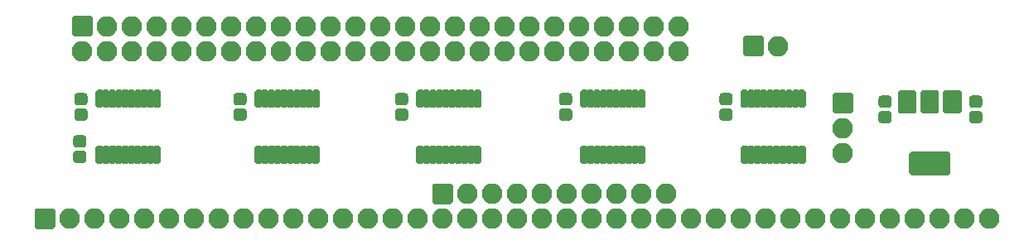
<source format=gts>
G04 #@! TF.GenerationSoftware,KiCad,Pcbnew,5.1.7*
G04 #@! TF.CreationDate,2020-10-22T00:39:11+01:00*
G04 #@! TF.ProjectId,rc2014-icecore,72633230-3134-42d6-9963-65636f72652e,1*
G04 #@! TF.SameCoordinates,Original*
G04 #@! TF.FileFunction,Soldermask,Top*
G04 #@! TF.FilePolarity,Negative*
%FSLAX46Y46*%
G04 Gerber Fmt 4.6, Leading zero omitted, Abs format (unit mm)*
G04 Created by KiCad (PCBNEW 5.1.7) date 2020-10-22 00:39:11*
%MOMM*%
%LPD*%
G01*
G04 APERTURE LIST*
%ADD10O,2.100000X2.100000*%
G04 APERTURE END LIST*
G36*
G01*
X117036000Y-151999000D02*
X116636000Y-151999000D01*
G75*
G02*
X116436000Y-151799000I0J200000D01*
G01*
X116436000Y-150324000D01*
G75*
G02*
X116636000Y-150124000I200000J0D01*
G01*
X117036000Y-150124000D01*
G75*
G02*
X117236000Y-150324000I0J-200000D01*
G01*
X117236000Y-151799000D01*
G75*
G02*
X117036000Y-151999000I-200000J0D01*
G01*
G37*
G36*
G01*
X117686000Y-151999000D02*
X117286000Y-151999000D01*
G75*
G02*
X117086000Y-151799000I0J200000D01*
G01*
X117086000Y-150324000D01*
G75*
G02*
X117286000Y-150124000I200000J0D01*
G01*
X117686000Y-150124000D01*
G75*
G02*
X117886000Y-150324000I0J-200000D01*
G01*
X117886000Y-151799000D01*
G75*
G02*
X117686000Y-151999000I-200000J0D01*
G01*
G37*
G36*
G01*
X118336000Y-151999000D02*
X117936000Y-151999000D01*
G75*
G02*
X117736000Y-151799000I0J200000D01*
G01*
X117736000Y-150324000D01*
G75*
G02*
X117936000Y-150124000I200000J0D01*
G01*
X118336000Y-150124000D01*
G75*
G02*
X118536000Y-150324000I0J-200000D01*
G01*
X118536000Y-151799000D01*
G75*
G02*
X118336000Y-151999000I-200000J0D01*
G01*
G37*
G36*
G01*
X118986000Y-151999000D02*
X118586000Y-151999000D01*
G75*
G02*
X118386000Y-151799000I0J200000D01*
G01*
X118386000Y-150324000D01*
G75*
G02*
X118586000Y-150124000I200000J0D01*
G01*
X118986000Y-150124000D01*
G75*
G02*
X119186000Y-150324000I0J-200000D01*
G01*
X119186000Y-151799000D01*
G75*
G02*
X118986000Y-151999000I-200000J0D01*
G01*
G37*
G36*
G01*
X119636000Y-151999000D02*
X119236000Y-151999000D01*
G75*
G02*
X119036000Y-151799000I0J200000D01*
G01*
X119036000Y-150324000D01*
G75*
G02*
X119236000Y-150124000I200000J0D01*
G01*
X119636000Y-150124000D01*
G75*
G02*
X119836000Y-150324000I0J-200000D01*
G01*
X119836000Y-151799000D01*
G75*
G02*
X119636000Y-151999000I-200000J0D01*
G01*
G37*
G36*
G01*
X120286000Y-151999000D02*
X119886000Y-151999000D01*
G75*
G02*
X119686000Y-151799000I0J200000D01*
G01*
X119686000Y-150324000D01*
G75*
G02*
X119886000Y-150124000I200000J0D01*
G01*
X120286000Y-150124000D01*
G75*
G02*
X120486000Y-150324000I0J-200000D01*
G01*
X120486000Y-151799000D01*
G75*
G02*
X120286000Y-151999000I-200000J0D01*
G01*
G37*
G36*
G01*
X120936000Y-151999000D02*
X120536000Y-151999000D01*
G75*
G02*
X120336000Y-151799000I0J200000D01*
G01*
X120336000Y-150324000D01*
G75*
G02*
X120536000Y-150124000I200000J0D01*
G01*
X120936000Y-150124000D01*
G75*
G02*
X121136000Y-150324000I0J-200000D01*
G01*
X121136000Y-151799000D01*
G75*
G02*
X120936000Y-151999000I-200000J0D01*
G01*
G37*
G36*
G01*
X121586000Y-151999000D02*
X121186000Y-151999000D01*
G75*
G02*
X120986000Y-151799000I0J200000D01*
G01*
X120986000Y-150324000D01*
G75*
G02*
X121186000Y-150124000I200000J0D01*
G01*
X121586000Y-150124000D01*
G75*
G02*
X121786000Y-150324000I0J-200000D01*
G01*
X121786000Y-151799000D01*
G75*
G02*
X121586000Y-151999000I-200000J0D01*
G01*
G37*
G36*
G01*
X122236000Y-151999000D02*
X121836000Y-151999000D01*
G75*
G02*
X121636000Y-151799000I0J200000D01*
G01*
X121636000Y-150324000D01*
G75*
G02*
X121836000Y-150124000I200000J0D01*
G01*
X122236000Y-150124000D01*
G75*
G02*
X122436000Y-150324000I0J-200000D01*
G01*
X122436000Y-151799000D01*
G75*
G02*
X122236000Y-151999000I-200000J0D01*
G01*
G37*
G36*
G01*
X122886000Y-151999000D02*
X122486000Y-151999000D01*
G75*
G02*
X122286000Y-151799000I0J200000D01*
G01*
X122286000Y-150324000D01*
G75*
G02*
X122486000Y-150124000I200000J0D01*
G01*
X122886000Y-150124000D01*
G75*
G02*
X123086000Y-150324000I0J-200000D01*
G01*
X123086000Y-151799000D01*
G75*
G02*
X122886000Y-151999000I-200000J0D01*
G01*
G37*
G36*
G01*
X122886000Y-157724000D02*
X122486000Y-157724000D01*
G75*
G02*
X122286000Y-157524000I0J200000D01*
G01*
X122286000Y-156049000D01*
G75*
G02*
X122486000Y-155849000I200000J0D01*
G01*
X122886000Y-155849000D01*
G75*
G02*
X123086000Y-156049000I0J-200000D01*
G01*
X123086000Y-157524000D01*
G75*
G02*
X122886000Y-157724000I-200000J0D01*
G01*
G37*
G36*
G01*
X122236000Y-157724000D02*
X121836000Y-157724000D01*
G75*
G02*
X121636000Y-157524000I0J200000D01*
G01*
X121636000Y-156049000D01*
G75*
G02*
X121836000Y-155849000I200000J0D01*
G01*
X122236000Y-155849000D01*
G75*
G02*
X122436000Y-156049000I0J-200000D01*
G01*
X122436000Y-157524000D01*
G75*
G02*
X122236000Y-157724000I-200000J0D01*
G01*
G37*
G36*
G01*
X121586000Y-157724000D02*
X121186000Y-157724000D01*
G75*
G02*
X120986000Y-157524000I0J200000D01*
G01*
X120986000Y-156049000D01*
G75*
G02*
X121186000Y-155849000I200000J0D01*
G01*
X121586000Y-155849000D01*
G75*
G02*
X121786000Y-156049000I0J-200000D01*
G01*
X121786000Y-157524000D01*
G75*
G02*
X121586000Y-157724000I-200000J0D01*
G01*
G37*
G36*
G01*
X120936000Y-157724000D02*
X120536000Y-157724000D01*
G75*
G02*
X120336000Y-157524000I0J200000D01*
G01*
X120336000Y-156049000D01*
G75*
G02*
X120536000Y-155849000I200000J0D01*
G01*
X120936000Y-155849000D01*
G75*
G02*
X121136000Y-156049000I0J-200000D01*
G01*
X121136000Y-157524000D01*
G75*
G02*
X120936000Y-157724000I-200000J0D01*
G01*
G37*
G36*
G01*
X120286000Y-157724000D02*
X119886000Y-157724000D01*
G75*
G02*
X119686000Y-157524000I0J200000D01*
G01*
X119686000Y-156049000D01*
G75*
G02*
X119886000Y-155849000I200000J0D01*
G01*
X120286000Y-155849000D01*
G75*
G02*
X120486000Y-156049000I0J-200000D01*
G01*
X120486000Y-157524000D01*
G75*
G02*
X120286000Y-157724000I-200000J0D01*
G01*
G37*
G36*
G01*
X119636000Y-157724000D02*
X119236000Y-157724000D01*
G75*
G02*
X119036000Y-157524000I0J200000D01*
G01*
X119036000Y-156049000D01*
G75*
G02*
X119236000Y-155849000I200000J0D01*
G01*
X119636000Y-155849000D01*
G75*
G02*
X119836000Y-156049000I0J-200000D01*
G01*
X119836000Y-157524000D01*
G75*
G02*
X119636000Y-157724000I-200000J0D01*
G01*
G37*
G36*
G01*
X118986000Y-157724000D02*
X118586000Y-157724000D01*
G75*
G02*
X118386000Y-157524000I0J200000D01*
G01*
X118386000Y-156049000D01*
G75*
G02*
X118586000Y-155849000I200000J0D01*
G01*
X118986000Y-155849000D01*
G75*
G02*
X119186000Y-156049000I0J-200000D01*
G01*
X119186000Y-157524000D01*
G75*
G02*
X118986000Y-157724000I-200000J0D01*
G01*
G37*
G36*
G01*
X118336000Y-157724000D02*
X117936000Y-157724000D01*
G75*
G02*
X117736000Y-157524000I0J200000D01*
G01*
X117736000Y-156049000D01*
G75*
G02*
X117936000Y-155849000I200000J0D01*
G01*
X118336000Y-155849000D01*
G75*
G02*
X118536000Y-156049000I0J-200000D01*
G01*
X118536000Y-157524000D01*
G75*
G02*
X118336000Y-157724000I-200000J0D01*
G01*
G37*
G36*
G01*
X117686000Y-157724000D02*
X117286000Y-157724000D01*
G75*
G02*
X117086000Y-157524000I0J200000D01*
G01*
X117086000Y-156049000D01*
G75*
G02*
X117286000Y-155849000I200000J0D01*
G01*
X117686000Y-155849000D01*
G75*
G02*
X117886000Y-156049000I0J-200000D01*
G01*
X117886000Y-157524000D01*
G75*
G02*
X117686000Y-157724000I-200000J0D01*
G01*
G37*
G36*
G01*
X117036000Y-157724000D02*
X116636000Y-157724000D01*
G75*
G02*
X116436000Y-157524000I0J200000D01*
G01*
X116436000Y-156049000D01*
G75*
G02*
X116636000Y-155849000I200000J0D01*
G01*
X117036000Y-155849000D01*
G75*
G02*
X117236000Y-156049000I0J-200000D01*
G01*
X117236000Y-157524000D01*
G75*
G02*
X117036000Y-157724000I-200000J0D01*
G01*
G37*
G36*
G01*
X100272000Y-157724000D02*
X99872000Y-157724000D01*
G75*
G02*
X99672000Y-157524000I0J200000D01*
G01*
X99672000Y-156049000D01*
G75*
G02*
X99872000Y-155849000I200000J0D01*
G01*
X100272000Y-155849000D01*
G75*
G02*
X100472000Y-156049000I0J-200000D01*
G01*
X100472000Y-157524000D01*
G75*
G02*
X100272000Y-157724000I-200000J0D01*
G01*
G37*
G36*
G01*
X100922000Y-157724000D02*
X100522000Y-157724000D01*
G75*
G02*
X100322000Y-157524000I0J200000D01*
G01*
X100322000Y-156049000D01*
G75*
G02*
X100522000Y-155849000I200000J0D01*
G01*
X100922000Y-155849000D01*
G75*
G02*
X101122000Y-156049000I0J-200000D01*
G01*
X101122000Y-157524000D01*
G75*
G02*
X100922000Y-157724000I-200000J0D01*
G01*
G37*
G36*
G01*
X101572000Y-157724000D02*
X101172000Y-157724000D01*
G75*
G02*
X100972000Y-157524000I0J200000D01*
G01*
X100972000Y-156049000D01*
G75*
G02*
X101172000Y-155849000I200000J0D01*
G01*
X101572000Y-155849000D01*
G75*
G02*
X101772000Y-156049000I0J-200000D01*
G01*
X101772000Y-157524000D01*
G75*
G02*
X101572000Y-157724000I-200000J0D01*
G01*
G37*
G36*
G01*
X102222000Y-157724000D02*
X101822000Y-157724000D01*
G75*
G02*
X101622000Y-157524000I0J200000D01*
G01*
X101622000Y-156049000D01*
G75*
G02*
X101822000Y-155849000I200000J0D01*
G01*
X102222000Y-155849000D01*
G75*
G02*
X102422000Y-156049000I0J-200000D01*
G01*
X102422000Y-157524000D01*
G75*
G02*
X102222000Y-157724000I-200000J0D01*
G01*
G37*
G36*
G01*
X102872000Y-157724000D02*
X102472000Y-157724000D01*
G75*
G02*
X102272000Y-157524000I0J200000D01*
G01*
X102272000Y-156049000D01*
G75*
G02*
X102472000Y-155849000I200000J0D01*
G01*
X102872000Y-155849000D01*
G75*
G02*
X103072000Y-156049000I0J-200000D01*
G01*
X103072000Y-157524000D01*
G75*
G02*
X102872000Y-157724000I-200000J0D01*
G01*
G37*
G36*
G01*
X103522000Y-157724000D02*
X103122000Y-157724000D01*
G75*
G02*
X102922000Y-157524000I0J200000D01*
G01*
X102922000Y-156049000D01*
G75*
G02*
X103122000Y-155849000I200000J0D01*
G01*
X103522000Y-155849000D01*
G75*
G02*
X103722000Y-156049000I0J-200000D01*
G01*
X103722000Y-157524000D01*
G75*
G02*
X103522000Y-157724000I-200000J0D01*
G01*
G37*
G36*
G01*
X104172000Y-157724000D02*
X103772000Y-157724000D01*
G75*
G02*
X103572000Y-157524000I0J200000D01*
G01*
X103572000Y-156049000D01*
G75*
G02*
X103772000Y-155849000I200000J0D01*
G01*
X104172000Y-155849000D01*
G75*
G02*
X104372000Y-156049000I0J-200000D01*
G01*
X104372000Y-157524000D01*
G75*
G02*
X104172000Y-157724000I-200000J0D01*
G01*
G37*
G36*
G01*
X104822000Y-157724000D02*
X104422000Y-157724000D01*
G75*
G02*
X104222000Y-157524000I0J200000D01*
G01*
X104222000Y-156049000D01*
G75*
G02*
X104422000Y-155849000I200000J0D01*
G01*
X104822000Y-155849000D01*
G75*
G02*
X105022000Y-156049000I0J-200000D01*
G01*
X105022000Y-157524000D01*
G75*
G02*
X104822000Y-157724000I-200000J0D01*
G01*
G37*
G36*
G01*
X105472000Y-157724000D02*
X105072000Y-157724000D01*
G75*
G02*
X104872000Y-157524000I0J200000D01*
G01*
X104872000Y-156049000D01*
G75*
G02*
X105072000Y-155849000I200000J0D01*
G01*
X105472000Y-155849000D01*
G75*
G02*
X105672000Y-156049000I0J-200000D01*
G01*
X105672000Y-157524000D01*
G75*
G02*
X105472000Y-157724000I-200000J0D01*
G01*
G37*
G36*
G01*
X106122000Y-157724000D02*
X105722000Y-157724000D01*
G75*
G02*
X105522000Y-157524000I0J200000D01*
G01*
X105522000Y-156049000D01*
G75*
G02*
X105722000Y-155849000I200000J0D01*
G01*
X106122000Y-155849000D01*
G75*
G02*
X106322000Y-156049000I0J-200000D01*
G01*
X106322000Y-157524000D01*
G75*
G02*
X106122000Y-157724000I-200000J0D01*
G01*
G37*
G36*
G01*
X106122000Y-151999000D02*
X105722000Y-151999000D01*
G75*
G02*
X105522000Y-151799000I0J200000D01*
G01*
X105522000Y-150324000D01*
G75*
G02*
X105722000Y-150124000I200000J0D01*
G01*
X106122000Y-150124000D01*
G75*
G02*
X106322000Y-150324000I0J-200000D01*
G01*
X106322000Y-151799000D01*
G75*
G02*
X106122000Y-151999000I-200000J0D01*
G01*
G37*
G36*
G01*
X105472000Y-151999000D02*
X105072000Y-151999000D01*
G75*
G02*
X104872000Y-151799000I0J200000D01*
G01*
X104872000Y-150324000D01*
G75*
G02*
X105072000Y-150124000I200000J0D01*
G01*
X105472000Y-150124000D01*
G75*
G02*
X105672000Y-150324000I0J-200000D01*
G01*
X105672000Y-151799000D01*
G75*
G02*
X105472000Y-151999000I-200000J0D01*
G01*
G37*
G36*
G01*
X104822000Y-151999000D02*
X104422000Y-151999000D01*
G75*
G02*
X104222000Y-151799000I0J200000D01*
G01*
X104222000Y-150324000D01*
G75*
G02*
X104422000Y-150124000I200000J0D01*
G01*
X104822000Y-150124000D01*
G75*
G02*
X105022000Y-150324000I0J-200000D01*
G01*
X105022000Y-151799000D01*
G75*
G02*
X104822000Y-151999000I-200000J0D01*
G01*
G37*
G36*
G01*
X104172000Y-151999000D02*
X103772000Y-151999000D01*
G75*
G02*
X103572000Y-151799000I0J200000D01*
G01*
X103572000Y-150324000D01*
G75*
G02*
X103772000Y-150124000I200000J0D01*
G01*
X104172000Y-150124000D01*
G75*
G02*
X104372000Y-150324000I0J-200000D01*
G01*
X104372000Y-151799000D01*
G75*
G02*
X104172000Y-151999000I-200000J0D01*
G01*
G37*
G36*
G01*
X103522000Y-151999000D02*
X103122000Y-151999000D01*
G75*
G02*
X102922000Y-151799000I0J200000D01*
G01*
X102922000Y-150324000D01*
G75*
G02*
X103122000Y-150124000I200000J0D01*
G01*
X103522000Y-150124000D01*
G75*
G02*
X103722000Y-150324000I0J-200000D01*
G01*
X103722000Y-151799000D01*
G75*
G02*
X103522000Y-151999000I-200000J0D01*
G01*
G37*
G36*
G01*
X102872000Y-151999000D02*
X102472000Y-151999000D01*
G75*
G02*
X102272000Y-151799000I0J200000D01*
G01*
X102272000Y-150324000D01*
G75*
G02*
X102472000Y-150124000I200000J0D01*
G01*
X102872000Y-150124000D01*
G75*
G02*
X103072000Y-150324000I0J-200000D01*
G01*
X103072000Y-151799000D01*
G75*
G02*
X102872000Y-151999000I-200000J0D01*
G01*
G37*
G36*
G01*
X102222000Y-151999000D02*
X101822000Y-151999000D01*
G75*
G02*
X101622000Y-151799000I0J200000D01*
G01*
X101622000Y-150324000D01*
G75*
G02*
X101822000Y-150124000I200000J0D01*
G01*
X102222000Y-150124000D01*
G75*
G02*
X102422000Y-150324000I0J-200000D01*
G01*
X102422000Y-151799000D01*
G75*
G02*
X102222000Y-151999000I-200000J0D01*
G01*
G37*
G36*
G01*
X101572000Y-151999000D02*
X101172000Y-151999000D01*
G75*
G02*
X100972000Y-151799000I0J200000D01*
G01*
X100972000Y-150324000D01*
G75*
G02*
X101172000Y-150124000I200000J0D01*
G01*
X101572000Y-150124000D01*
G75*
G02*
X101772000Y-150324000I0J-200000D01*
G01*
X101772000Y-151799000D01*
G75*
G02*
X101572000Y-151999000I-200000J0D01*
G01*
G37*
G36*
G01*
X100922000Y-151999000D02*
X100522000Y-151999000D01*
G75*
G02*
X100322000Y-151799000I0J200000D01*
G01*
X100322000Y-150324000D01*
G75*
G02*
X100522000Y-150124000I200000J0D01*
G01*
X100922000Y-150124000D01*
G75*
G02*
X101122000Y-150324000I0J-200000D01*
G01*
X101122000Y-151799000D01*
G75*
G02*
X100922000Y-151999000I-200000J0D01*
G01*
G37*
G36*
G01*
X100272000Y-151999000D02*
X99872000Y-151999000D01*
G75*
G02*
X99672000Y-151799000I0J200000D01*
G01*
X99672000Y-150324000D01*
G75*
G02*
X99872000Y-150124000I200000J0D01*
G01*
X100272000Y-150124000D01*
G75*
G02*
X100472000Y-150324000I0J-200000D01*
G01*
X100472000Y-151799000D01*
G75*
G02*
X100272000Y-151999000I-200000J0D01*
G01*
G37*
G36*
G01*
X67506000Y-157724000D02*
X67106000Y-157724000D01*
G75*
G02*
X66906000Y-157524000I0J200000D01*
G01*
X66906000Y-156049000D01*
G75*
G02*
X67106000Y-155849000I200000J0D01*
G01*
X67506000Y-155849000D01*
G75*
G02*
X67706000Y-156049000I0J-200000D01*
G01*
X67706000Y-157524000D01*
G75*
G02*
X67506000Y-157724000I-200000J0D01*
G01*
G37*
G36*
G01*
X68156000Y-157724000D02*
X67756000Y-157724000D01*
G75*
G02*
X67556000Y-157524000I0J200000D01*
G01*
X67556000Y-156049000D01*
G75*
G02*
X67756000Y-155849000I200000J0D01*
G01*
X68156000Y-155849000D01*
G75*
G02*
X68356000Y-156049000I0J-200000D01*
G01*
X68356000Y-157524000D01*
G75*
G02*
X68156000Y-157724000I-200000J0D01*
G01*
G37*
G36*
G01*
X68806000Y-157724000D02*
X68406000Y-157724000D01*
G75*
G02*
X68206000Y-157524000I0J200000D01*
G01*
X68206000Y-156049000D01*
G75*
G02*
X68406000Y-155849000I200000J0D01*
G01*
X68806000Y-155849000D01*
G75*
G02*
X69006000Y-156049000I0J-200000D01*
G01*
X69006000Y-157524000D01*
G75*
G02*
X68806000Y-157724000I-200000J0D01*
G01*
G37*
G36*
G01*
X69456000Y-157724000D02*
X69056000Y-157724000D01*
G75*
G02*
X68856000Y-157524000I0J200000D01*
G01*
X68856000Y-156049000D01*
G75*
G02*
X69056000Y-155849000I200000J0D01*
G01*
X69456000Y-155849000D01*
G75*
G02*
X69656000Y-156049000I0J-200000D01*
G01*
X69656000Y-157524000D01*
G75*
G02*
X69456000Y-157724000I-200000J0D01*
G01*
G37*
G36*
G01*
X70106000Y-157724000D02*
X69706000Y-157724000D01*
G75*
G02*
X69506000Y-157524000I0J200000D01*
G01*
X69506000Y-156049000D01*
G75*
G02*
X69706000Y-155849000I200000J0D01*
G01*
X70106000Y-155849000D01*
G75*
G02*
X70306000Y-156049000I0J-200000D01*
G01*
X70306000Y-157524000D01*
G75*
G02*
X70106000Y-157724000I-200000J0D01*
G01*
G37*
G36*
G01*
X70756000Y-157724000D02*
X70356000Y-157724000D01*
G75*
G02*
X70156000Y-157524000I0J200000D01*
G01*
X70156000Y-156049000D01*
G75*
G02*
X70356000Y-155849000I200000J0D01*
G01*
X70756000Y-155849000D01*
G75*
G02*
X70956000Y-156049000I0J-200000D01*
G01*
X70956000Y-157524000D01*
G75*
G02*
X70756000Y-157724000I-200000J0D01*
G01*
G37*
G36*
G01*
X71406000Y-157724000D02*
X71006000Y-157724000D01*
G75*
G02*
X70806000Y-157524000I0J200000D01*
G01*
X70806000Y-156049000D01*
G75*
G02*
X71006000Y-155849000I200000J0D01*
G01*
X71406000Y-155849000D01*
G75*
G02*
X71606000Y-156049000I0J-200000D01*
G01*
X71606000Y-157524000D01*
G75*
G02*
X71406000Y-157724000I-200000J0D01*
G01*
G37*
G36*
G01*
X72056000Y-157724000D02*
X71656000Y-157724000D01*
G75*
G02*
X71456000Y-157524000I0J200000D01*
G01*
X71456000Y-156049000D01*
G75*
G02*
X71656000Y-155849000I200000J0D01*
G01*
X72056000Y-155849000D01*
G75*
G02*
X72256000Y-156049000I0J-200000D01*
G01*
X72256000Y-157524000D01*
G75*
G02*
X72056000Y-157724000I-200000J0D01*
G01*
G37*
G36*
G01*
X72706000Y-157724000D02*
X72306000Y-157724000D01*
G75*
G02*
X72106000Y-157524000I0J200000D01*
G01*
X72106000Y-156049000D01*
G75*
G02*
X72306000Y-155849000I200000J0D01*
G01*
X72706000Y-155849000D01*
G75*
G02*
X72906000Y-156049000I0J-200000D01*
G01*
X72906000Y-157524000D01*
G75*
G02*
X72706000Y-157724000I-200000J0D01*
G01*
G37*
G36*
G01*
X73356000Y-157724000D02*
X72956000Y-157724000D01*
G75*
G02*
X72756000Y-157524000I0J200000D01*
G01*
X72756000Y-156049000D01*
G75*
G02*
X72956000Y-155849000I200000J0D01*
G01*
X73356000Y-155849000D01*
G75*
G02*
X73556000Y-156049000I0J-200000D01*
G01*
X73556000Y-157524000D01*
G75*
G02*
X73356000Y-157724000I-200000J0D01*
G01*
G37*
G36*
G01*
X73356000Y-151999000D02*
X72956000Y-151999000D01*
G75*
G02*
X72756000Y-151799000I0J200000D01*
G01*
X72756000Y-150324000D01*
G75*
G02*
X72956000Y-150124000I200000J0D01*
G01*
X73356000Y-150124000D01*
G75*
G02*
X73556000Y-150324000I0J-200000D01*
G01*
X73556000Y-151799000D01*
G75*
G02*
X73356000Y-151999000I-200000J0D01*
G01*
G37*
G36*
G01*
X72706000Y-151999000D02*
X72306000Y-151999000D01*
G75*
G02*
X72106000Y-151799000I0J200000D01*
G01*
X72106000Y-150324000D01*
G75*
G02*
X72306000Y-150124000I200000J0D01*
G01*
X72706000Y-150124000D01*
G75*
G02*
X72906000Y-150324000I0J-200000D01*
G01*
X72906000Y-151799000D01*
G75*
G02*
X72706000Y-151999000I-200000J0D01*
G01*
G37*
G36*
G01*
X72056000Y-151999000D02*
X71656000Y-151999000D01*
G75*
G02*
X71456000Y-151799000I0J200000D01*
G01*
X71456000Y-150324000D01*
G75*
G02*
X71656000Y-150124000I200000J0D01*
G01*
X72056000Y-150124000D01*
G75*
G02*
X72256000Y-150324000I0J-200000D01*
G01*
X72256000Y-151799000D01*
G75*
G02*
X72056000Y-151999000I-200000J0D01*
G01*
G37*
G36*
G01*
X71406000Y-151999000D02*
X71006000Y-151999000D01*
G75*
G02*
X70806000Y-151799000I0J200000D01*
G01*
X70806000Y-150324000D01*
G75*
G02*
X71006000Y-150124000I200000J0D01*
G01*
X71406000Y-150124000D01*
G75*
G02*
X71606000Y-150324000I0J-200000D01*
G01*
X71606000Y-151799000D01*
G75*
G02*
X71406000Y-151999000I-200000J0D01*
G01*
G37*
G36*
G01*
X70756000Y-151999000D02*
X70356000Y-151999000D01*
G75*
G02*
X70156000Y-151799000I0J200000D01*
G01*
X70156000Y-150324000D01*
G75*
G02*
X70356000Y-150124000I200000J0D01*
G01*
X70756000Y-150124000D01*
G75*
G02*
X70956000Y-150324000I0J-200000D01*
G01*
X70956000Y-151799000D01*
G75*
G02*
X70756000Y-151999000I-200000J0D01*
G01*
G37*
G36*
G01*
X70106000Y-151999000D02*
X69706000Y-151999000D01*
G75*
G02*
X69506000Y-151799000I0J200000D01*
G01*
X69506000Y-150324000D01*
G75*
G02*
X69706000Y-150124000I200000J0D01*
G01*
X70106000Y-150124000D01*
G75*
G02*
X70306000Y-150324000I0J-200000D01*
G01*
X70306000Y-151799000D01*
G75*
G02*
X70106000Y-151999000I-200000J0D01*
G01*
G37*
G36*
G01*
X69456000Y-151999000D02*
X69056000Y-151999000D01*
G75*
G02*
X68856000Y-151799000I0J200000D01*
G01*
X68856000Y-150324000D01*
G75*
G02*
X69056000Y-150124000I200000J0D01*
G01*
X69456000Y-150124000D01*
G75*
G02*
X69656000Y-150324000I0J-200000D01*
G01*
X69656000Y-151799000D01*
G75*
G02*
X69456000Y-151999000I-200000J0D01*
G01*
G37*
G36*
G01*
X68806000Y-151999000D02*
X68406000Y-151999000D01*
G75*
G02*
X68206000Y-151799000I0J200000D01*
G01*
X68206000Y-150324000D01*
G75*
G02*
X68406000Y-150124000I200000J0D01*
G01*
X68806000Y-150124000D01*
G75*
G02*
X69006000Y-150324000I0J-200000D01*
G01*
X69006000Y-151799000D01*
G75*
G02*
X68806000Y-151999000I-200000J0D01*
G01*
G37*
G36*
G01*
X68156000Y-151999000D02*
X67756000Y-151999000D01*
G75*
G02*
X67556000Y-151799000I0J200000D01*
G01*
X67556000Y-150324000D01*
G75*
G02*
X67756000Y-150124000I200000J0D01*
G01*
X68156000Y-150124000D01*
G75*
G02*
X68356000Y-150324000I0J-200000D01*
G01*
X68356000Y-151799000D01*
G75*
G02*
X68156000Y-151999000I-200000J0D01*
G01*
G37*
G36*
G01*
X67506000Y-151999000D02*
X67106000Y-151999000D01*
G75*
G02*
X66906000Y-151799000I0J200000D01*
G01*
X66906000Y-150324000D01*
G75*
G02*
X67106000Y-150124000I200000J0D01*
G01*
X67506000Y-150124000D01*
G75*
G02*
X67706000Y-150324000I0J-200000D01*
G01*
X67706000Y-151799000D01*
G75*
G02*
X67506000Y-151999000I-200000J0D01*
G01*
G37*
G36*
G01*
X83762000Y-151999000D02*
X83362000Y-151999000D01*
G75*
G02*
X83162000Y-151799000I0J200000D01*
G01*
X83162000Y-150324000D01*
G75*
G02*
X83362000Y-150124000I200000J0D01*
G01*
X83762000Y-150124000D01*
G75*
G02*
X83962000Y-150324000I0J-200000D01*
G01*
X83962000Y-151799000D01*
G75*
G02*
X83762000Y-151999000I-200000J0D01*
G01*
G37*
G36*
G01*
X84412000Y-151999000D02*
X84012000Y-151999000D01*
G75*
G02*
X83812000Y-151799000I0J200000D01*
G01*
X83812000Y-150324000D01*
G75*
G02*
X84012000Y-150124000I200000J0D01*
G01*
X84412000Y-150124000D01*
G75*
G02*
X84612000Y-150324000I0J-200000D01*
G01*
X84612000Y-151799000D01*
G75*
G02*
X84412000Y-151999000I-200000J0D01*
G01*
G37*
G36*
G01*
X85062000Y-151999000D02*
X84662000Y-151999000D01*
G75*
G02*
X84462000Y-151799000I0J200000D01*
G01*
X84462000Y-150324000D01*
G75*
G02*
X84662000Y-150124000I200000J0D01*
G01*
X85062000Y-150124000D01*
G75*
G02*
X85262000Y-150324000I0J-200000D01*
G01*
X85262000Y-151799000D01*
G75*
G02*
X85062000Y-151999000I-200000J0D01*
G01*
G37*
G36*
G01*
X85712000Y-151999000D02*
X85312000Y-151999000D01*
G75*
G02*
X85112000Y-151799000I0J200000D01*
G01*
X85112000Y-150324000D01*
G75*
G02*
X85312000Y-150124000I200000J0D01*
G01*
X85712000Y-150124000D01*
G75*
G02*
X85912000Y-150324000I0J-200000D01*
G01*
X85912000Y-151799000D01*
G75*
G02*
X85712000Y-151999000I-200000J0D01*
G01*
G37*
G36*
G01*
X86362000Y-151999000D02*
X85962000Y-151999000D01*
G75*
G02*
X85762000Y-151799000I0J200000D01*
G01*
X85762000Y-150324000D01*
G75*
G02*
X85962000Y-150124000I200000J0D01*
G01*
X86362000Y-150124000D01*
G75*
G02*
X86562000Y-150324000I0J-200000D01*
G01*
X86562000Y-151799000D01*
G75*
G02*
X86362000Y-151999000I-200000J0D01*
G01*
G37*
G36*
G01*
X87012000Y-151999000D02*
X86612000Y-151999000D01*
G75*
G02*
X86412000Y-151799000I0J200000D01*
G01*
X86412000Y-150324000D01*
G75*
G02*
X86612000Y-150124000I200000J0D01*
G01*
X87012000Y-150124000D01*
G75*
G02*
X87212000Y-150324000I0J-200000D01*
G01*
X87212000Y-151799000D01*
G75*
G02*
X87012000Y-151999000I-200000J0D01*
G01*
G37*
G36*
G01*
X87662000Y-151999000D02*
X87262000Y-151999000D01*
G75*
G02*
X87062000Y-151799000I0J200000D01*
G01*
X87062000Y-150324000D01*
G75*
G02*
X87262000Y-150124000I200000J0D01*
G01*
X87662000Y-150124000D01*
G75*
G02*
X87862000Y-150324000I0J-200000D01*
G01*
X87862000Y-151799000D01*
G75*
G02*
X87662000Y-151999000I-200000J0D01*
G01*
G37*
G36*
G01*
X88312000Y-151999000D02*
X87912000Y-151999000D01*
G75*
G02*
X87712000Y-151799000I0J200000D01*
G01*
X87712000Y-150324000D01*
G75*
G02*
X87912000Y-150124000I200000J0D01*
G01*
X88312000Y-150124000D01*
G75*
G02*
X88512000Y-150324000I0J-200000D01*
G01*
X88512000Y-151799000D01*
G75*
G02*
X88312000Y-151999000I-200000J0D01*
G01*
G37*
G36*
G01*
X88962000Y-151999000D02*
X88562000Y-151999000D01*
G75*
G02*
X88362000Y-151799000I0J200000D01*
G01*
X88362000Y-150324000D01*
G75*
G02*
X88562000Y-150124000I200000J0D01*
G01*
X88962000Y-150124000D01*
G75*
G02*
X89162000Y-150324000I0J-200000D01*
G01*
X89162000Y-151799000D01*
G75*
G02*
X88962000Y-151999000I-200000J0D01*
G01*
G37*
G36*
G01*
X89612000Y-151999000D02*
X89212000Y-151999000D01*
G75*
G02*
X89012000Y-151799000I0J200000D01*
G01*
X89012000Y-150324000D01*
G75*
G02*
X89212000Y-150124000I200000J0D01*
G01*
X89612000Y-150124000D01*
G75*
G02*
X89812000Y-150324000I0J-200000D01*
G01*
X89812000Y-151799000D01*
G75*
G02*
X89612000Y-151999000I-200000J0D01*
G01*
G37*
G36*
G01*
X89612000Y-157724000D02*
X89212000Y-157724000D01*
G75*
G02*
X89012000Y-157524000I0J200000D01*
G01*
X89012000Y-156049000D01*
G75*
G02*
X89212000Y-155849000I200000J0D01*
G01*
X89612000Y-155849000D01*
G75*
G02*
X89812000Y-156049000I0J-200000D01*
G01*
X89812000Y-157524000D01*
G75*
G02*
X89612000Y-157724000I-200000J0D01*
G01*
G37*
G36*
G01*
X88962000Y-157724000D02*
X88562000Y-157724000D01*
G75*
G02*
X88362000Y-157524000I0J200000D01*
G01*
X88362000Y-156049000D01*
G75*
G02*
X88562000Y-155849000I200000J0D01*
G01*
X88962000Y-155849000D01*
G75*
G02*
X89162000Y-156049000I0J-200000D01*
G01*
X89162000Y-157524000D01*
G75*
G02*
X88962000Y-157724000I-200000J0D01*
G01*
G37*
G36*
G01*
X88312000Y-157724000D02*
X87912000Y-157724000D01*
G75*
G02*
X87712000Y-157524000I0J200000D01*
G01*
X87712000Y-156049000D01*
G75*
G02*
X87912000Y-155849000I200000J0D01*
G01*
X88312000Y-155849000D01*
G75*
G02*
X88512000Y-156049000I0J-200000D01*
G01*
X88512000Y-157524000D01*
G75*
G02*
X88312000Y-157724000I-200000J0D01*
G01*
G37*
G36*
G01*
X87662000Y-157724000D02*
X87262000Y-157724000D01*
G75*
G02*
X87062000Y-157524000I0J200000D01*
G01*
X87062000Y-156049000D01*
G75*
G02*
X87262000Y-155849000I200000J0D01*
G01*
X87662000Y-155849000D01*
G75*
G02*
X87862000Y-156049000I0J-200000D01*
G01*
X87862000Y-157524000D01*
G75*
G02*
X87662000Y-157724000I-200000J0D01*
G01*
G37*
G36*
G01*
X87012000Y-157724000D02*
X86612000Y-157724000D01*
G75*
G02*
X86412000Y-157524000I0J200000D01*
G01*
X86412000Y-156049000D01*
G75*
G02*
X86612000Y-155849000I200000J0D01*
G01*
X87012000Y-155849000D01*
G75*
G02*
X87212000Y-156049000I0J-200000D01*
G01*
X87212000Y-157524000D01*
G75*
G02*
X87012000Y-157724000I-200000J0D01*
G01*
G37*
G36*
G01*
X86362000Y-157724000D02*
X85962000Y-157724000D01*
G75*
G02*
X85762000Y-157524000I0J200000D01*
G01*
X85762000Y-156049000D01*
G75*
G02*
X85962000Y-155849000I200000J0D01*
G01*
X86362000Y-155849000D01*
G75*
G02*
X86562000Y-156049000I0J-200000D01*
G01*
X86562000Y-157524000D01*
G75*
G02*
X86362000Y-157724000I-200000J0D01*
G01*
G37*
G36*
G01*
X85712000Y-157724000D02*
X85312000Y-157724000D01*
G75*
G02*
X85112000Y-157524000I0J200000D01*
G01*
X85112000Y-156049000D01*
G75*
G02*
X85312000Y-155849000I200000J0D01*
G01*
X85712000Y-155849000D01*
G75*
G02*
X85912000Y-156049000I0J-200000D01*
G01*
X85912000Y-157524000D01*
G75*
G02*
X85712000Y-157724000I-200000J0D01*
G01*
G37*
G36*
G01*
X85062000Y-157724000D02*
X84662000Y-157724000D01*
G75*
G02*
X84462000Y-157524000I0J200000D01*
G01*
X84462000Y-156049000D01*
G75*
G02*
X84662000Y-155849000I200000J0D01*
G01*
X85062000Y-155849000D01*
G75*
G02*
X85262000Y-156049000I0J-200000D01*
G01*
X85262000Y-157524000D01*
G75*
G02*
X85062000Y-157724000I-200000J0D01*
G01*
G37*
G36*
G01*
X84412000Y-157724000D02*
X84012000Y-157724000D01*
G75*
G02*
X83812000Y-157524000I0J200000D01*
G01*
X83812000Y-156049000D01*
G75*
G02*
X84012000Y-155849000I200000J0D01*
G01*
X84412000Y-155849000D01*
G75*
G02*
X84612000Y-156049000I0J-200000D01*
G01*
X84612000Y-157524000D01*
G75*
G02*
X84412000Y-157724000I-200000J0D01*
G01*
G37*
G36*
G01*
X83762000Y-157724000D02*
X83362000Y-157724000D01*
G75*
G02*
X83162000Y-157524000I0J200000D01*
G01*
X83162000Y-156049000D01*
G75*
G02*
X83362000Y-155849000I200000J0D01*
G01*
X83762000Y-155849000D01*
G75*
G02*
X83962000Y-156049000I0J-200000D01*
G01*
X83962000Y-157524000D01*
G75*
G02*
X83762000Y-157724000I-200000J0D01*
G01*
G37*
G36*
G01*
X133419000Y-157724000D02*
X133019000Y-157724000D01*
G75*
G02*
X132819000Y-157524000I0J200000D01*
G01*
X132819000Y-156049000D01*
G75*
G02*
X133019000Y-155849000I200000J0D01*
G01*
X133419000Y-155849000D01*
G75*
G02*
X133619000Y-156049000I0J-200000D01*
G01*
X133619000Y-157524000D01*
G75*
G02*
X133419000Y-157724000I-200000J0D01*
G01*
G37*
G36*
G01*
X134069000Y-157724000D02*
X133669000Y-157724000D01*
G75*
G02*
X133469000Y-157524000I0J200000D01*
G01*
X133469000Y-156049000D01*
G75*
G02*
X133669000Y-155849000I200000J0D01*
G01*
X134069000Y-155849000D01*
G75*
G02*
X134269000Y-156049000I0J-200000D01*
G01*
X134269000Y-157524000D01*
G75*
G02*
X134069000Y-157724000I-200000J0D01*
G01*
G37*
G36*
G01*
X134719000Y-157724000D02*
X134319000Y-157724000D01*
G75*
G02*
X134119000Y-157524000I0J200000D01*
G01*
X134119000Y-156049000D01*
G75*
G02*
X134319000Y-155849000I200000J0D01*
G01*
X134719000Y-155849000D01*
G75*
G02*
X134919000Y-156049000I0J-200000D01*
G01*
X134919000Y-157524000D01*
G75*
G02*
X134719000Y-157724000I-200000J0D01*
G01*
G37*
G36*
G01*
X135369000Y-157724000D02*
X134969000Y-157724000D01*
G75*
G02*
X134769000Y-157524000I0J200000D01*
G01*
X134769000Y-156049000D01*
G75*
G02*
X134969000Y-155849000I200000J0D01*
G01*
X135369000Y-155849000D01*
G75*
G02*
X135569000Y-156049000I0J-200000D01*
G01*
X135569000Y-157524000D01*
G75*
G02*
X135369000Y-157724000I-200000J0D01*
G01*
G37*
G36*
G01*
X136019000Y-157724000D02*
X135619000Y-157724000D01*
G75*
G02*
X135419000Y-157524000I0J200000D01*
G01*
X135419000Y-156049000D01*
G75*
G02*
X135619000Y-155849000I200000J0D01*
G01*
X136019000Y-155849000D01*
G75*
G02*
X136219000Y-156049000I0J-200000D01*
G01*
X136219000Y-157524000D01*
G75*
G02*
X136019000Y-157724000I-200000J0D01*
G01*
G37*
G36*
G01*
X136669000Y-157724000D02*
X136269000Y-157724000D01*
G75*
G02*
X136069000Y-157524000I0J200000D01*
G01*
X136069000Y-156049000D01*
G75*
G02*
X136269000Y-155849000I200000J0D01*
G01*
X136669000Y-155849000D01*
G75*
G02*
X136869000Y-156049000I0J-200000D01*
G01*
X136869000Y-157524000D01*
G75*
G02*
X136669000Y-157724000I-200000J0D01*
G01*
G37*
G36*
G01*
X137319000Y-157724000D02*
X136919000Y-157724000D01*
G75*
G02*
X136719000Y-157524000I0J200000D01*
G01*
X136719000Y-156049000D01*
G75*
G02*
X136919000Y-155849000I200000J0D01*
G01*
X137319000Y-155849000D01*
G75*
G02*
X137519000Y-156049000I0J-200000D01*
G01*
X137519000Y-157524000D01*
G75*
G02*
X137319000Y-157724000I-200000J0D01*
G01*
G37*
G36*
G01*
X137969000Y-157724000D02*
X137569000Y-157724000D01*
G75*
G02*
X137369000Y-157524000I0J200000D01*
G01*
X137369000Y-156049000D01*
G75*
G02*
X137569000Y-155849000I200000J0D01*
G01*
X137969000Y-155849000D01*
G75*
G02*
X138169000Y-156049000I0J-200000D01*
G01*
X138169000Y-157524000D01*
G75*
G02*
X137969000Y-157724000I-200000J0D01*
G01*
G37*
G36*
G01*
X138619000Y-157724000D02*
X138219000Y-157724000D01*
G75*
G02*
X138019000Y-157524000I0J200000D01*
G01*
X138019000Y-156049000D01*
G75*
G02*
X138219000Y-155849000I200000J0D01*
G01*
X138619000Y-155849000D01*
G75*
G02*
X138819000Y-156049000I0J-200000D01*
G01*
X138819000Y-157524000D01*
G75*
G02*
X138619000Y-157724000I-200000J0D01*
G01*
G37*
G36*
G01*
X139269000Y-157724000D02*
X138869000Y-157724000D01*
G75*
G02*
X138669000Y-157524000I0J200000D01*
G01*
X138669000Y-156049000D01*
G75*
G02*
X138869000Y-155849000I200000J0D01*
G01*
X139269000Y-155849000D01*
G75*
G02*
X139469000Y-156049000I0J-200000D01*
G01*
X139469000Y-157524000D01*
G75*
G02*
X139269000Y-157724000I-200000J0D01*
G01*
G37*
G36*
G01*
X139269000Y-151999000D02*
X138869000Y-151999000D01*
G75*
G02*
X138669000Y-151799000I0J200000D01*
G01*
X138669000Y-150324000D01*
G75*
G02*
X138869000Y-150124000I200000J0D01*
G01*
X139269000Y-150124000D01*
G75*
G02*
X139469000Y-150324000I0J-200000D01*
G01*
X139469000Y-151799000D01*
G75*
G02*
X139269000Y-151999000I-200000J0D01*
G01*
G37*
G36*
G01*
X138619000Y-151999000D02*
X138219000Y-151999000D01*
G75*
G02*
X138019000Y-151799000I0J200000D01*
G01*
X138019000Y-150324000D01*
G75*
G02*
X138219000Y-150124000I200000J0D01*
G01*
X138619000Y-150124000D01*
G75*
G02*
X138819000Y-150324000I0J-200000D01*
G01*
X138819000Y-151799000D01*
G75*
G02*
X138619000Y-151999000I-200000J0D01*
G01*
G37*
G36*
G01*
X137969000Y-151999000D02*
X137569000Y-151999000D01*
G75*
G02*
X137369000Y-151799000I0J200000D01*
G01*
X137369000Y-150324000D01*
G75*
G02*
X137569000Y-150124000I200000J0D01*
G01*
X137969000Y-150124000D01*
G75*
G02*
X138169000Y-150324000I0J-200000D01*
G01*
X138169000Y-151799000D01*
G75*
G02*
X137969000Y-151999000I-200000J0D01*
G01*
G37*
G36*
G01*
X137319000Y-151999000D02*
X136919000Y-151999000D01*
G75*
G02*
X136719000Y-151799000I0J200000D01*
G01*
X136719000Y-150324000D01*
G75*
G02*
X136919000Y-150124000I200000J0D01*
G01*
X137319000Y-150124000D01*
G75*
G02*
X137519000Y-150324000I0J-200000D01*
G01*
X137519000Y-151799000D01*
G75*
G02*
X137319000Y-151999000I-200000J0D01*
G01*
G37*
G36*
G01*
X136669000Y-151999000D02*
X136269000Y-151999000D01*
G75*
G02*
X136069000Y-151799000I0J200000D01*
G01*
X136069000Y-150324000D01*
G75*
G02*
X136269000Y-150124000I200000J0D01*
G01*
X136669000Y-150124000D01*
G75*
G02*
X136869000Y-150324000I0J-200000D01*
G01*
X136869000Y-151799000D01*
G75*
G02*
X136669000Y-151999000I-200000J0D01*
G01*
G37*
G36*
G01*
X136019000Y-151999000D02*
X135619000Y-151999000D01*
G75*
G02*
X135419000Y-151799000I0J200000D01*
G01*
X135419000Y-150324000D01*
G75*
G02*
X135619000Y-150124000I200000J0D01*
G01*
X136019000Y-150124000D01*
G75*
G02*
X136219000Y-150324000I0J-200000D01*
G01*
X136219000Y-151799000D01*
G75*
G02*
X136019000Y-151999000I-200000J0D01*
G01*
G37*
G36*
G01*
X135369000Y-151999000D02*
X134969000Y-151999000D01*
G75*
G02*
X134769000Y-151799000I0J200000D01*
G01*
X134769000Y-150324000D01*
G75*
G02*
X134969000Y-150124000I200000J0D01*
G01*
X135369000Y-150124000D01*
G75*
G02*
X135569000Y-150324000I0J-200000D01*
G01*
X135569000Y-151799000D01*
G75*
G02*
X135369000Y-151999000I-200000J0D01*
G01*
G37*
G36*
G01*
X134719000Y-151999000D02*
X134319000Y-151999000D01*
G75*
G02*
X134119000Y-151799000I0J200000D01*
G01*
X134119000Y-150324000D01*
G75*
G02*
X134319000Y-150124000I200000J0D01*
G01*
X134719000Y-150124000D01*
G75*
G02*
X134919000Y-150324000I0J-200000D01*
G01*
X134919000Y-151799000D01*
G75*
G02*
X134719000Y-151999000I-200000J0D01*
G01*
G37*
G36*
G01*
X134069000Y-151999000D02*
X133669000Y-151999000D01*
G75*
G02*
X133469000Y-151799000I0J200000D01*
G01*
X133469000Y-150324000D01*
G75*
G02*
X133669000Y-150124000I200000J0D01*
G01*
X134069000Y-150124000D01*
G75*
G02*
X134269000Y-150324000I0J-200000D01*
G01*
X134269000Y-151799000D01*
G75*
G02*
X134069000Y-151999000I-200000J0D01*
G01*
G37*
G36*
G01*
X133419000Y-151999000D02*
X133019000Y-151999000D01*
G75*
G02*
X132819000Y-151799000I0J200000D01*
G01*
X132819000Y-150324000D01*
G75*
G02*
X133019000Y-150124000I200000J0D01*
G01*
X133419000Y-150124000D01*
G75*
G02*
X133619000Y-150324000I0J-200000D01*
G01*
X133619000Y-151799000D01*
G75*
G02*
X133419000Y-151999000I-200000J0D01*
G01*
G37*
G36*
G01*
X147217750Y-152296000D02*
X147930250Y-152296000D01*
G75*
G02*
X148249000Y-152614750I0J-318750D01*
G01*
X148249000Y-153252250D01*
G75*
G02*
X147930250Y-153571000I-318750J0D01*
G01*
X147217750Y-153571000D01*
G75*
G02*
X146899000Y-153252250I0J318750D01*
G01*
X146899000Y-152614750D01*
G75*
G02*
X147217750Y-152296000I318750J0D01*
G01*
G37*
G36*
G01*
X147217750Y-150721000D02*
X147930250Y-150721000D01*
G75*
G02*
X148249000Y-151039750I0J-318750D01*
G01*
X148249000Y-151677250D01*
G75*
G02*
X147930250Y-151996000I-318750J0D01*
G01*
X147217750Y-151996000D01*
G75*
G02*
X146899000Y-151677250I0J318750D01*
G01*
X146899000Y-151039750D01*
G75*
G02*
X147217750Y-150721000I318750J0D01*
G01*
G37*
G36*
G01*
X156488750Y-150721000D02*
X157201250Y-150721000D01*
G75*
G02*
X157520000Y-151039750I0J-318750D01*
G01*
X157520000Y-151677250D01*
G75*
G02*
X157201250Y-151996000I-318750J0D01*
G01*
X156488750Y-151996000D01*
G75*
G02*
X156170000Y-151677250I0J318750D01*
G01*
X156170000Y-151039750D01*
G75*
G02*
X156488750Y-150721000I318750J0D01*
G01*
G37*
G36*
G01*
X156488750Y-152296000D02*
X157201250Y-152296000D01*
G75*
G02*
X157520000Y-152614750I0J-318750D01*
G01*
X157520000Y-153252250D01*
G75*
G02*
X157201250Y-153571000I-318750J0D01*
G01*
X156488750Y-153571000D01*
G75*
G02*
X156170000Y-153252250I0J318750D01*
G01*
X156170000Y-152614750D01*
G75*
G02*
X156488750Y-152296000I318750J0D01*
G01*
G37*
G36*
G01*
X65048750Y-152042000D02*
X65761250Y-152042000D01*
G75*
G02*
X66080000Y-152360750I0J-318750D01*
G01*
X66080000Y-152998250D01*
G75*
G02*
X65761250Y-153317000I-318750J0D01*
G01*
X65048750Y-153317000D01*
G75*
G02*
X64730000Y-152998250I0J318750D01*
G01*
X64730000Y-152360750D01*
G75*
G02*
X65048750Y-152042000I318750J0D01*
G01*
G37*
G36*
G01*
X65048750Y-150467000D02*
X65761250Y-150467000D01*
G75*
G02*
X66080000Y-150785750I0J-318750D01*
G01*
X66080000Y-151423250D01*
G75*
G02*
X65761250Y-151742000I-318750J0D01*
G01*
X65048750Y-151742000D01*
G75*
G02*
X64730000Y-151423250I0J318750D01*
G01*
X64730000Y-150785750D01*
G75*
G02*
X65048750Y-150467000I318750J0D01*
G01*
G37*
G36*
G01*
X81304750Y-150467000D02*
X82017250Y-150467000D01*
G75*
G02*
X82336000Y-150785750I0J-318750D01*
G01*
X82336000Y-151423250D01*
G75*
G02*
X82017250Y-151742000I-318750J0D01*
G01*
X81304750Y-151742000D01*
G75*
G02*
X80986000Y-151423250I0J318750D01*
G01*
X80986000Y-150785750D01*
G75*
G02*
X81304750Y-150467000I318750J0D01*
G01*
G37*
G36*
G01*
X81304750Y-152042000D02*
X82017250Y-152042000D01*
G75*
G02*
X82336000Y-152360750I0J-318750D01*
G01*
X82336000Y-152998250D01*
G75*
G02*
X82017250Y-153317000I-318750J0D01*
G01*
X81304750Y-153317000D01*
G75*
G02*
X80986000Y-152998250I0J318750D01*
G01*
X80986000Y-152360750D01*
G75*
G02*
X81304750Y-152042000I318750J0D01*
G01*
G37*
G36*
G01*
X97814750Y-152042000D02*
X98527250Y-152042000D01*
G75*
G02*
X98846000Y-152360750I0J-318750D01*
G01*
X98846000Y-152998250D01*
G75*
G02*
X98527250Y-153317000I-318750J0D01*
G01*
X97814750Y-153317000D01*
G75*
G02*
X97496000Y-152998250I0J318750D01*
G01*
X97496000Y-152360750D01*
G75*
G02*
X97814750Y-152042000I318750J0D01*
G01*
G37*
G36*
G01*
X97814750Y-150467000D02*
X98527250Y-150467000D01*
G75*
G02*
X98846000Y-150785750I0J-318750D01*
G01*
X98846000Y-151423250D01*
G75*
G02*
X98527250Y-151742000I-318750J0D01*
G01*
X97814750Y-151742000D01*
G75*
G02*
X97496000Y-151423250I0J318750D01*
G01*
X97496000Y-150785750D01*
G75*
G02*
X97814750Y-150467000I318750J0D01*
G01*
G37*
G36*
G01*
X114578750Y-150467000D02*
X115291250Y-150467000D01*
G75*
G02*
X115610000Y-150785750I0J-318750D01*
G01*
X115610000Y-151423250D01*
G75*
G02*
X115291250Y-151742000I-318750J0D01*
G01*
X114578750Y-151742000D01*
G75*
G02*
X114260000Y-151423250I0J318750D01*
G01*
X114260000Y-150785750D01*
G75*
G02*
X114578750Y-150467000I318750J0D01*
G01*
G37*
G36*
G01*
X114578750Y-152042000D02*
X115291250Y-152042000D01*
G75*
G02*
X115610000Y-152360750I0J-318750D01*
G01*
X115610000Y-152998250D01*
G75*
G02*
X115291250Y-153317000I-318750J0D01*
G01*
X114578750Y-153317000D01*
G75*
G02*
X114260000Y-152998250I0J318750D01*
G01*
X114260000Y-152360750D01*
G75*
G02*
X114578750Y-152042000I318750J0D01*
G01*
G37*
G36*
G01*
X130961750Y-152042000D02*
X131674250Y-152042000D01*
G75*
G02*
X131993000Y-152360750I0J-318750D01*
G01*
X131993000Y-152998250D01*
G75*
G02*
X131674250Y-153317000I-318750J0D01*
G01*
X130961750Y-153317000D01*
G75*
G02*
X130643000Y-152998250I0J318750D01*
G01*
X130643000Y-152360750D01*
G75*
G02*
X130961750Y-152042000I318750J0D01*
G01*
G37*
G36*
G01*
X130961750Y-150467000D02*
X131674250Y-150467000D01*
G75*
G02*
X131993000Y-150785750I0J-318750D01*
G01*
X131993000Y-151423250D01*
G75*
G02*
X131674250Y-151742000I-318750J0D01*
G01*
X130961750Y-151742000D01*
G75*
G02*
X130643000Y-151423250I0J318750D01*
G01*
X130643000Y-150785750D01*
G75*
G02*
X130961750Y-150467000I318750J0D01*
G01*
G37*
G36*
G01*
X142206000Y-152361000D02*
X142206000Y-150661000D01*
G75*
G02*
X142406000Y-150461000I200000J0D01*
G01*
X144106000Y-150461000D01*
G75*
G02*
X144306000Y-150661000I0J-200000D01*
G01*
X144306000Y-152361000D01*
G75*
G02*
X144106000Y-152561000I-200000J0D01*
G01*
X142406000Y-152561000D01*
G75*
G02*
X142206000Y-152361000I0J200000D01*
G01*
G37*
D10*
X143256000Y-154051000D03*
X143256000Y-156591000D03*
G36*
G01*
X150246000Y-156484000D02*
X154046000Y-156484000D01*
G75*
G02*
X154246000Y-156684000I0J-200000D01*
G01*
X154246000Y-158684000D01*
G75*
G02*
X154046000Y-158884000I-200000J0D01*
G01*
X150246000Y-158884000D01*
G75*
G02*
X150046000Y-158684000I0J200000D01*
G01*
X150046000Y-156684000D01*
G75*
G02*
X150246000Y-156484000I200000J0D01*
G01*
G37*
G36*
G01*
X151396000Y-150184000D02*
X152896000Y-150184000D01*
G75*
G02*
X153096000Y-150384000I0J-200000D01*
G01*
X153096000Y-152384000D01*
G75*
G02*
X152896000Y-152584000I-200000J0D01*
G01*
X151396000Y-152584000D01*
G75*
G02*
X151196000Y-152384000I0J200000D01*
G01*
X151196000Y-150384000D01*
G75*
G02*
X151396000Y-150184000I200000J0D01*
G01*
G37*
G36*
G01*
X149096000Y-150184000D02*
X150596000Y-150184000D01*
G75*
G02*
X150796000Y-150384000I0J-200000D01*
G01*
X150796000Y-152384000D01*
G75*
G02*
X150596000Y-152584000I-200000J0D01*
G01*
X149096000Y-152584000D01*
G75*
G02*
X148896000Y-152384000I0J200000D01*
G01*
X148896000Y-150384000D01*
G75*
G02*
X149096000Y-150184000I200000J0D01*
G01*
G37*
G36*
G01*
X153696000Y-150184000D02*
X155196000Y-150184000D01*
G75*
G02*
X155396000Y-150384000I0J-200000D01*
G01*
X155396000Y-152384000D01*
G75*
G02*
X155196000Y-152584000I-200000J0D01*
G01*
X153696000Y-152584000D01*
G75*
G02*
X153496000Y-152384000I0J200000D01*
G01*
X153496000Y-150384000D01*
G75*
G02*
X153696000Y-150184000I200000J0D01*
G01*
G37*
G36*
G01*
X103212000Y-161832000D02*
X101512000Y-161832000D01*
G75*
G02*
X101312000Y-161632000I0J200000D01*
G01*
X101312000Y-159932000D01*
G75*
G02*
X101512000Y-159732000I200000J0D01*
G01*
X103212000Y-159732000D01*
G75*
G02*
X103412000Y-159932000I0J-200000D01*
G01*
X103412000Y-161632000D01*
G75*
G02*
X103212000Y-161832000I-200000J0D01*
G01*
G37*
X104902000Y-160782000D03*
X107442000Y-160782000D03*
X109982000Y-160782000D03*
X112522000Y-160782000D03*
X115062000Y-160782000D03*
X117602000Y-160782000D03*
X120142000Y-160782000D03*
X122682000Y-160782000D03*
X125222000Y-160782000D03*
G36*
G01*
X62572000Y-164372000D02*
X60872000Y-164372000D01*
G75*
G02*
X60672000Y-164172000I0J200000D01*
G01*
X60672000Y-162472000D01*
G75*
G02*
X60872000Y-162272000I200000J0D01*
G01*
X62572000Y-162272000D01*
G75*
G02*
X62772000Y-162472000I0J-200000D01*
G01*
X62772000Y-164172000D01*
G75*
G02*
X62572000Y-164372000I-200000J0D01*
G01*
G37*
X64262000Y-163322000D03*
X66802000Y-163322000D03*
X69342000Y-163322000D03*
X71882000Y-163322000D03*
X74422000Y-163322000D03*
X76962000Y-163322000D03*
X79502000Y-163322000D03*
X82042000Y-163322000D03*
X84582000Y-163322000D03*
X87122000Y-163322000D03*
X89662000Y-163322000D03*
X92202000Y-163322000D03*
X94742000Y-163322000D03*
X97282000Y-163322000D03*
X99822000Y-163322000D03*
X102362000Y-163322000D03*
X104902000Y-163322000D03*
X107442000Y-163322000D03*
X109982000Y-163322000D03*
X112522000Y-163322000D03*
X115062000Y-163322000D03*
X117602000Y-163322000D03*
X120142000Y-163322000D03*
X122682000Y-163322000D03*
X125222000Y-163322000D03*
X127762000Y-163322000D03*
X130302000Y-163322000D03*
X132842000Y-163322000D03*
X135382000Y-163322000D03*
X137922000Y-163322000D03*
X140462000Y-163322000D03*
X143002000Y-163322000D03*
X145542000Y-163322000D03*
X148082000Y-163322000D03*
X150622000Y-163322000D03*
X153162000Y-163322000D03*
X155702000Y-163322000D03*
X158242000Y-163322000D03*
G36*
G01*
X65634250Y-157635000D02*
X64921750Y-157635000D01*
G75*
G02*
X64603000Y-157316250I0J318750D01*
G01*
X64603000Y-156678750D01*
G75*
G02*
X64921750Y-156360000I318750J0D01*
G01*
X65634250Y-156360000D01*
G75*
G02*
X65953000Y-156678750I0J-318750D01*
G01*
X65953000Y-157316250D01*
G75*
G02*
X65634250Y-157635000I-318750J0D01*
G01*
G37*
G36*
G01*
X65634250Y-156060000D02*
X64921750Y-156060000D01*
G75*
G02*
X64603000Y-155741250I0J318750D01*
G01*
X64603000Y-155103750D01*
G75*
G02*
X64921750Y-154785000I318750J0D01*
G01*
X65634250Y-154785000D01*
G75*
G02*
X65953000Y-155103750I0J-318750D01*
G01*
X65953000Y-155741250D01*
G75*
G02*
X65634250Y-156060000I-318750J0D01*
G01*
G37*
G36*
G01*
X66382000Y-144687000D02*
X64682000Y-144687000D01*
G75*
G02*
X64482000Y-144487000I0J200000D01*
G01*
X64482000Y-142787000D01*
G75*
G02*
X64682000Y-142587000I200000J0D01*
G01*
X66382000Y-142587000D01*
G75*
G02*
X66582000Y-142787000I0J-200000D01*
G01*
X66582000Y-144487000D01*
G75*
G02*
X66382000Y-144687000I-200000J0D01*
G01*
G37*
X65532000Y-146177000D03*
X68072000Y-143637000D03*
X68072000Y-146177000D03*
X70612000Y-143637000D03*
X70612000Y-146177000D03*
X73152000Y-143637000D03*
X73152000Y-146177000D03*
X75692000Y-143637000D03*
X75692000Y-146177000D03*
X78232000Y-143637000D03*
X78232000Y-146177000D03*
X80772000Y-143637000D03*
X80772000Y-146177000D03*
X83312000Y-143637000D03*
X83312000Y-146177000D03*
X85852000Y-143637000D03*
X85852000Y-146177000D03*
X88392000Y-143637000D03*
X88392000Y-146177000D03*
X90932000Y-143637000D03*
X90932000Y-146177000D03*
X93472000Y-143637000D03*
X93472000Y-146177000D03*
X96012000Y-143637000D03*
X96012000Y-146177000D03*
X98552000Y-143637000D03*
X98552000Y-146177000D03*
X101092000Y-143637000D03*
X101092000Y-146177000D03*
X103632000Y-143637000D03*
X103632000Y-146177000D03*
X106172000Y-143637000D03*
X106172000Y-146177000D03*
X108712000Y-143637000D03*
X108712000Y-146177000D03*
X111252000Y-143637000D03*
X111252000Y-146177000D03*
X113792000Y-143637000D03*
X113792000Y-146177000D03*
X116332000Y-143637000D03*
X116332000Y-146177000D03*
X118872000Y-143637000D03*
X118872000Y-146177000D03*
X121412000Y-143637000D03*
X121412000Y-146177000D03*
X123952000Y-143637000D03*
X123952000Y-146177000D03*
X126492000Y-143637000D03*
X126492000Y-146177000D03*
G36*
G01*
X134962000Y-146719000D02*
X133262000Y-146719000D01*
G75*
G02*
X133062000Y-146519000I0J200000D01*
G01*
X133062000Y-144819000D01*
G75*
G02*
X133262000Y-144619000I200000J0D01*
G01*
X134962000Y-144619000D01*
G75*
G02*
X135162000Y-144819000I0J-200000D01*
G01*
X135162000Y-146519000D01*
G75*
G02*
X134962000Y-146719000I-200000J0D01*
G01*
G37*
X136652000Y-145669000D03*
M02*

</source>
